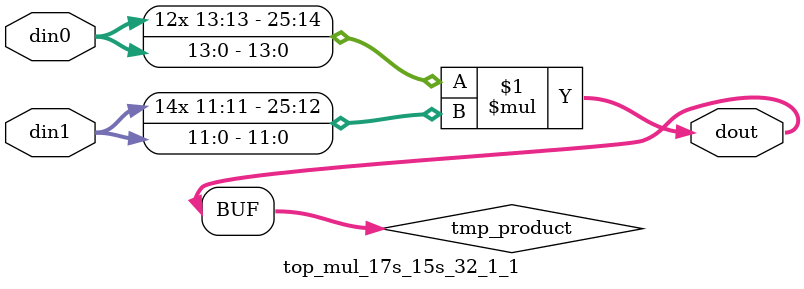
<source format=v>

`timescale 1 ns / 1 ps

 (* use_dsp = "no" *)  module top_mul_17s_15s_32_1_1(din0, din1, dout);
parameter ID = 1;
parameter NUM_STAGE = 0;
parameter din0_WIDTH = 14;
parameter din1_WIDTH = 12;
parameter dout_WIDTH = 26;

input [din0_WIDTH - 1 : 0] din0; 
input [din1_WIDTH - 1 : 0] din1; 
output [dout_WIDTH - 1 : 0] dout;

wire signed [dout_WIDTH - 1 : 0] tmp_product;



























assign tmp_product = $signed(din0) * $signed(din1);








assign dout = tmp_product;





















endmodule

</source>
